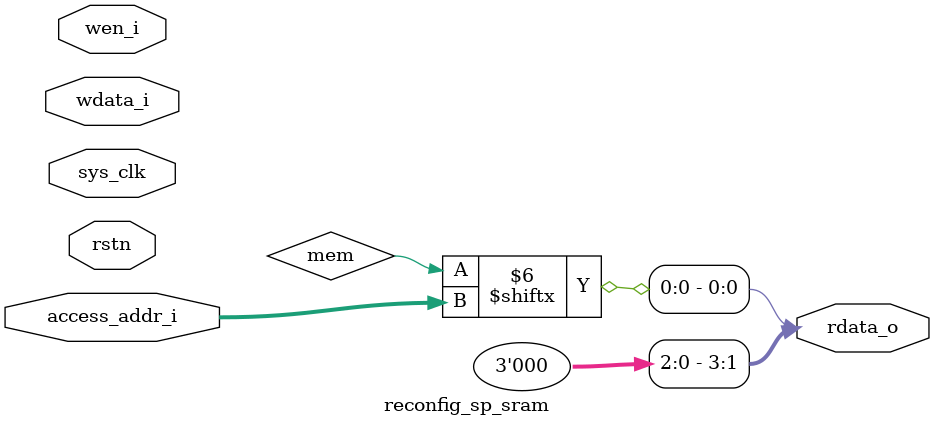
<source format=sv>


// # Resource utilisation:
// Xilinx:
//  6-input logic LUT: 
//  FF: 
// ----------------------------------------------------------------------------------------
//  # History
//  Date            Revision    Description                 Editor
//  24.March.2022   v0.01       First created               Bo-Yu Tseng
// ----------------------------------------------------------------------------------------

module reconfig_sp_sram #(
    parameter ADDR_BITWIDTH = 6,
    parameter PAGE_SIZE = 4,
    parameter PAGE_NUM = 64,
    parameter ASYNC_RD = 1,
    parameter XILINX_FPGA_TECH = 1
) (
    output logic [PAGE_SIZE-1:0] rdata_o,
    
    input logic [PAGE_SIZE-1:0] wdata_i,
    input logic [ADDR_BITWIDTH-1:0] access_addr_i,
    input logic wen_i, // active LOW
    input logic sys_clk,
    input rstn // active LOW
);

generate;
// Synthesis inferring 
if(XILINX_FPGA_TECH==1) begin
    (* ram_style = "distributed" *) reg [PAGE_SIZE-1:0] mem [0:PAGE_NUM-1];
end
else begin
    reg [PAGE_SIZE-1:0] mem [0:PAGE_NUM-1];
end

// Synchronous or Asynchronous read with the "sys_clk"
if(ASYNC_RD==1) begin
    assign rdata_o[PAGE_SIZE-1:0] = mem[ access_addr_i[ADDR_BITWIDTH-1:0] ];
end
else begin
    always @(posedge sys_clk) begin
        if(!rstn) rdata_o[PAGE_SIZE-1:0] <= 0;
        else rdata_o[PAGE_SIZE-1:0] <= mem[ access_addr_i[ADDR_BITWIDTH-1:0] ];
    end
end
endgenerate

always @(posedge sys_clk) begin
    if(!wen_i) mem[ access_addr_i[ADDR_BITWIDTH-1:0] ] <= wdata_i[PAGE_SIZE-1:0];
end
endmodule

</source>
